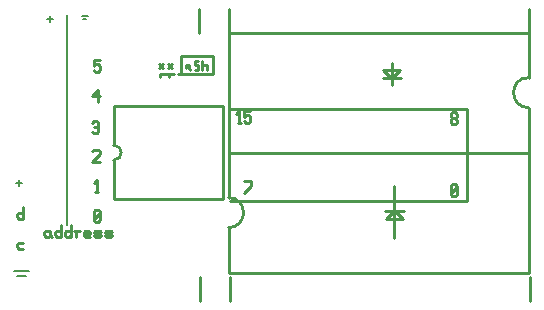
<source format=gbr>
G04 start of page 7 for group -4079 idx -4079 *
G04 Title: (unknown), topsilk *
G04 Creator: pcb 20100929 *
G04 CreationDate: Fri Apr  4 23:49:54 2014 UTC *
G04 For: xpi *
G04 Format: Gerber/RS-274X *
G04 PCB-Dimensions: 200000 100000 *
G04 PCB-Coordinate-Origin: lower left *
%MOIN*%
%FSLAX25Y25*%
%LNFRONTSILK*%
%ADD12C,0.0100*%
%ADD14C,0.0070*%
G54D12*X175000Y90000D02*X185000D01*
Y98000D02*Y90000D01*
X185500Y8500D02*Y500D01*
X139500Y80000D02*Y72500D01*
X136500Y75000D02*X142500D01*
X136500Y77500D02*X139500Y74500D01*
Y75000D01*
X142000Y77500D01*
X137000D01*
X164500Y64500D02*Y34000D01*
G54D14*X36500Y94500D02*X37500D01*
X31000Y96000D02*Y26000D01*
X25500Y95500D02*Y93500D01*
X26500Y94500D02*X24500D01*
X36000Y95500D02*X38000D01*
X13500Y10500D02*X18500D01*
X14500Y9000D02*X17500D01*
G54D12*X85500Y8500D02*Y500D01*
X75500Y8500D02*Y500D01*
G54D14*X16000Y40000D02*X14000D01*
X15000Y41000D02*Y39000D01*
G54D12*X75000Y98000D02*Y90000D01*
X85000Y98000D02*Y90000D01*
X164500Y64500D02*X85000D01*
X140000Y39000D02*Y21500D01*
X137000Y30500D02*X143500D01*
X140000D02*X137500Y28000D01*
X143000D01*
X140500Y30500D01*
X164500Y34000D02*X85500D01*
X40500Y37000D02*X41500D01*
X41000Y41000D02*Y37000D01*
X40000Y40000D02*X41000Y41000D01*
X39500Y50500D02*X40000Y51000D01*
X41500D01*
X42000Y50500D01*
Y49500D01*
X39500Y47000D02*X42000Y49500D01*
X39500Y47000D02*X42000D01*
X40000Y27500D02*X40500Y27000D01*
X40000Y30500D02*Y27500D01*
Y30500D02*X40500Y31000D01*
X41500D01*
X42000Y30500D01*
Y27500D01*
X41500Y27000D02*X42000Y27500D01*
X40500Y27000D02*X41500D01*
X40000Y28000D02*X42000Y30000D01*
X25000Y24000D02*X25500Y23500D01*
X24000Y24000D02*X25000D01*
X23500Y23500D02*X24000Y24000D01*
X23500Y23500D02*Y22500D01*
X24000Y22000D01*
X25500Y24000D02*Y22500D01*
X26000Y22000D01*
X24000D02*X25000D01*
X25500Y22500D01*
X29201Y26000D02*Y22000D01*
X28701D02*X29201Y22500D01*
X27701Y22000D02*X28701D01*
X27201Y22500D02*X27701Y22000D01*
X27201Y23500D02*Y22500D01*
Y23500D02*X27701Y24000D01*
X28701D01*
X29201Y23500D01*
X32402Y26000D02*Y22000D01*
X31902D02*X32402Y22500D01*
X30902Y22000D02*X31902D01*
X30402Y22500D02*X30902Y22000D01*
X30402Y23500D02*Y22500D01*
Y23500D02*X30902Y24000D01*
X31902D01*
X32402Y23500D01*
X34103D02*Y22000D01*
Y23500D02*X34603Y24000D01*
X35603D01*
X33603D02*X34103Y23500D01*
X37304Y22000D02*X38804D01*
X36804Y22500D02*X37304Y22000D01*
X36804Y23500D02*Y22500D01*
Y23500D02*X37304Y24000D01*
X38304D01*
X38804Y23500D01*
X36804Y23000D02*X38804D01*
Y23500D02*Y23000D01*
X40505Y22000D02*X42005D01*
X42505Y22500D01*
X42005Y23000D02*X42505Y22500D01*
X40505Y23000D02*X42005D01*
X40005Y23500D02*X40505Y23000D01*
X40005Y23500D02*X40505Y24000D01*
X42005D01*
X42505Y23500D01*
X40005Y22500D02*X40505Y22000D01*
X44206D02*X45706D01*
X46206Y22500D01*
X45706Y23000D02*X46206Y22500D01*
X44206Y23000D02*X45706D01*
X43706Y23500D02*X44206Y23000D01*
X43706Y23500D02*X44206Y24000D01*
X45706D01*
X46206Y23500D01*
X43706Y22500D02*X44206Y22000D01*
X40000Y81000D02*X42000D01*
X40000D02*Y79000D01*
X40500Y79500D01*
X41500D01*
X42000Y79000D01*
Y77500D01*
X41500Y77000D02*X42000Y77500D01*
X40500Y77000D02*X41500D01*
X40000Y77500D02*X40500Y77000D01*
X39500Y60000D02*X40000Y60500D01*
X41000D01*
X41500Y60000D01*
Y57000D01*
X41000Y56500D02*X41500Y57000D01*
X40000Y56500D02*X41000D01*
X39500Y57000D02*X40000Y56500D01*
Y58500D02*X41500D01*
X39500Y69000D02*X41500Y71000D01*
X39500Y69000D02*X42000D01*
X41500Y71000D02*Y67000D01*
X16500Y32000D02*Y28000D01*
X16000D02*X16500Y28500D01*
X15000Y28000D02*X16000D01*
X14500Y28500D02*X15000Y28000D01*
X14500Y29500D02*Y28500D01*
Y29500D02*X15000Y30000D01*
X16000D01*
X16500Y29500D01*
X15000Y20000D02*X16500D01*
X14500Y19500D02*X15000Y20000D01*
X14500Y19500D02*Y18500D01*
X15000Y18000D01*
X16500D01*
X159000Y36000D02*X159500Y35500D01*
X159000Y39000D02*Y36000D01*
Y39000D02*X159500Y39500D01*
X160500D01*
X161000Y39000D01*
Y36000D01*
X160500Y35500D02*X161000Y36000D01*
X159500Y35500D02*X160500D01*
X159000Y36500D02*X161000Y38500D01*
X159000Y60000D02*X159500Y59500D01*
X159000Y61000D02*Y60000D01*
Y61000D02*X159500Y61500D01*
X160500D01*
X161000Y61000D01*
Y60000D01*
X160500Y59500D02*X161000Y60000D01*
X159500Y59500D02*X160500D01*
X159000Y62000D02*X159500Y61500D01*
X159000Y63000D02*Y62000D01*
Y63000D02*X159500Y63500D01*
X160500D01*
X161000Y63000D01*
Y62000D01*
X160500Y61500D02*X161000Y62000D01*
X90000Y36500D02*X92500Y39000D01*
Y40500D02*Y39000D01*
X90000Y40500D02*X92500D01*
X88000Y60000D02*X89000D01*
X88500Y64000D02*Y60000D01*
X87500Y63000D02*X88500Y64000D01*
X90201D02*X92201D01*
X90201D02*Y62000D01*
X90701Y62500D01*
X91701D01*
X92201Y62000D01*
Y60500D01*
X91701Y60000D02*X92201Y60500D01*
X90701Y60000D02*X91701D01*
X90201Y60500D02*X90701Y60000D01*
X85000Y90000D02*X185000D01*
X85000D02*Y50000D01*
X185000D01*
Y90000D02*Y75000D01*
Y65000D02*Y50000D01*
Y75000D02*G75*G03X185000Y65000I0J-5000D01*G01*
X79805Y82103D02*Y76103D01*
X65305Y75103D02*Y76103D01*
X77805Y79103D02*Y77603D01*
X61805Y79603D02*X63305Y78103D01*
X71805D02*X72305Y77603D01*
X74805Y80603D02*X73805D01*
Y79103D01*
X64805Y79603D02*X66305Y78103D01*
X79805Y76103D02*X68305D01*
X63305Y79603D02*X61805Y78103D01*
X76805Y79103D02*X77805D01*
X73805D02*X74805D01*
X69305Y82103D02*X79805D01*
X70805Y78103D02*Y79103D01*
X71805D01*
X62305Y76103D02*X66805D01*
X62305D02*Y75103D01*
X71805Y79103D02*Y78103D01*
X69305Y76603D02*Y82103D01*
X74805Y77603D02*X73805D01*
X74805Y79103D02*Y77603D01*
X66305Y79603D02*X64805Y78103D01*
X76305Y80603D02*Y77603D01*
X46717Y34434D02*X83283D01*
Y65566D02*Y34434D01*
X46717Y65566D02*X83283D01*
X46717Y47500D02*Y34434D01*
Y65566D02*Y52500D01*
Y47500D02*G75*G03X46717Y52500I0J2500D01*G01*
X85000Y10000D02*X185000D01*
Y50000D02*Y10000D01*
X85000Y50000D02*X185000D01*
X85000Y25000D02*Y10000D01*
Y50000D02*Y35000D01*
Y25000D02*G75*G03X85000Y35000I0J5000D01*G01*
M02*

</source>
